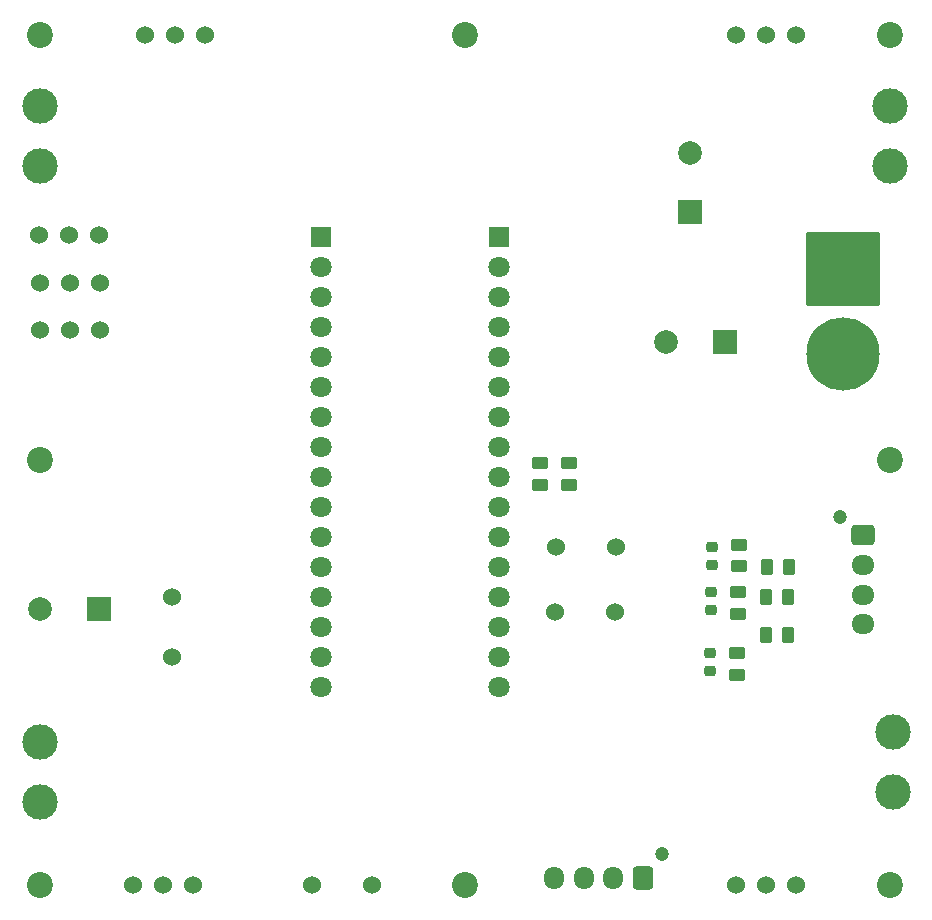
<source format=gbr>
%TF.GenerationSoftware,KiCad,Pcbnew,8.0.8*%
%TF.CreationDate,2025-02-10T09:27:38+01:00*%
%TF.ProjectId,Ares_v1_BaseBoard,41726573-5f76-4315-9f42-617365426f61,rev?*%
%TF.SameCoordinates,Original*%
%TF.FileFunction,Soldermask,Top*%
%TF.FilePolarity,Negative*%
%FSLAX46Y46*%
G04 Gerber Fmt 4.6, Leading zero omitted, Abs format (unit mm)*
G04 Created by KiCad (PCBNEW 8.0.8) date 2025-02-10 09:27:38*
%MOMM*%
%LPD*%
G01*
G04 APERTURE LIST*
G04 Aperture macros list*
%AMRoundRect*
0 Rectangle with rounded corners*
0 $1 Rounding radius*
0 $2 $3 $4 $5 $6 $7 $8 $9 X,Y pos of 4 corners*
0 Add a 4 corners polygon primitive as box body*
4,1,4,$2,$3,$4,$5,$6,$7,$8,$9,$2,$3,0*
0 Add four circle primitives for the rounded corners*
1,1,$1+$1,$2,$3*
1,1,$1+$1,$4,$5*
1,1,$1+$1,$6,$7*
1,1,$1+$1,$8,$9*
0 Add four rect primitives between the rounded corners*
20,1,$1+$1,$2,$3,$4,$5,0*
20,1,$1+$1,$4,$5,$6,$7,0*
20,1,$1+$1,$6,$7,$8,$9,0*
20,1,$1+$1,$8,$9,$2,$3,0*%
G04 Aperture macros list end*
%ADD10C,2.200000*%
%ADD11C,1.524000*%
%ADD12C,1.200000*%
%ADD13RoundRect,0.250000X0.600000X0.725000X-0.600000X0.725000X-0.600000X-0.725000X0.600000X-0.725000X0*%
%ADD14O,1.700000X1.950000*%
%ADD15C,3.000000*%
%ADD16C,1.800000*%
%ADD17R,1.800000X1.800000*%
%ADD18RoundRect,0.250000X-0.450000X0.262500X-0.450000X-0.262500X0.450000X-0.262500X0.450000X0.262500X0*%
%ADD19RoundRect,0.250000X0.262500X0.450000X-0.262500X0.450000X-0.262500X-0.450000X0.262500X-0.450000X0*%
%ADD20R,2.000000X2.000000*%
%ADD21C,2.000000*%
%ADD22RoundRect,0.225000X-0.250000X0.225000X-0.250000X-0.225000X0.250000X-0.225000X0.250000X0.225000X0*%
%ADD23C,6.204000*%
%ADD24RoundRect,0.102000X-3.000000X3.000000X-3.000000X-3.000000X3.000000X-3.000000X3.000000X3.000000X0*%
%ADD25RoundRect,0.250000X-0.725000X0.600000X-0.725000X-0.600000X0.725000X-0.600000X0.725000X0.600000X0*%
%ADD26O,1.950000X1.700000*%
%ADD27RoundRect,0.225000X0.250000X-0.225000X0.250000X0.225000X-0.250000X0.225000X-0.250000X-0.225000X0*%
%ADD28RoundRect,0.250000X0.450000X-0.262500X0.450000X0.262500X-0.450000X0.262500X-0.450000X-0.262500X0*%
G04 APERTURE END LIST*
D10*
%TO.C,REF\u002A\u002A*%
X109000000Y-126000000D03*
%TD*%
D11*
%TO.C,D2*%
X157700000Y-102900000D03*
X152620000Y-102900000D03*
%TD*%
%TO.C,J22*%
X109000000Y-75000000D03*
X111540000Y-75000000D03*
X114080000Y-75000000D03*
%TD*%
D12*
%TO.C,J2*%
X161650000Y-123375000D03*
D13*
X160050000Y-125375000D03*
D14*
X157550000Y-125375000D03*
X155050000Y-125375000D03*
X152550000Y-125375000D03*
%TD*%
D15*
%TO.C,J14*%
X181200000Y-118080000D03*
X181200000Y-113000000D03*
%TD*%
D11*
%TO.C,C2*%
X120200000Y-106700000D03*
X120200000Y-101620000D03*
%TD*%
D16*
%TO.C,U1*%
X132800000Y-109260000D03*
X147862200Y-109252800D03*
D17*
X147862200Y-71152800D03*
D16*
X147862200Y-73692800D03*
X147862200Y-76232800D03*
X147862200Y-78772800D03*
X147862200Y-81312800D03*
X147862200Y-83852800D03*
X147862200Y-86392800D03*
X147862200Y-88932800D03*
X147862200Y-91472800D03*
X147862200Y-94012800D03*
X147862200Y-96552800D03*
X132800000Y-101640000D03*
X147862200Y-101632800D03*
X147862200Y-104172800D03*
X147862200Y-106712800D03*
X132800000Y-106720000D03*
X132800000Y-104180000D03*
X147862200Y-99092800D03*
X132800000Y-99100000D03*
X132800000Y-96560000D03*
X132800000Y-94020000D03*
X132800000Y-91480000D03*
X132800000Y-88940000D03*
X132800000Y-86400000D03*
X132800000Y-83860000D03*
X132800000Y-81320000D03*
X132800000Y-78780000D03*
X132800000Y-76240000D03*
X132800000Y-73700000D03*
D17*
X132800000Y-71160000D03*
%TD*%
D18*
%TO.C,R1*%
X151300000Y-90275000D03*
X151300000Y-92100000D03*
%TD*%
%TO.C,R2*%
X153800000Y-90275000D03*
X153800000Y-92100000D03*
%TD*%
D10*
%TO.C,REF\u002A\u002A*%
X145000000Y-126000000D03*
%TD*%
D15*
%TO.C,J13*%
X181000000Y-65100000D03*
X181000000Y-60020000D03*
%TD*%
D10*
%TO.C,REF\u002A\u002A*%
X109000000Y-54000000D03*
%TD*%
D19*
%TO.C,R7*%
X172400000Y-99100000D03*
X170575000Y-99100000D03*
%TD*%
D20*
%TO.C,C1*%
X167000000Y-80000000D03*
D21*
X162000000Y-80000000D03*
%TD*%
D15*
%TO.C,J21*%
X109000000Y-113900000D03*
X109000000Y-118980000D03*
%TD*%
D22*
%TO.C,C5*%
X165700000Y-106350000D03*
X165700000Y-107900000D03*
%TD*%
%TO.C,C6*%
X165800000Y-101200000D03*
X165800000Y-102750000D03*
%TD*%
D11*
%TO.C,D1*%
X157800000Y-97400000D03*
X152720000Y-97400000D03*
%TD*%
D10*
%TO.C,REF\u002A\u002A*%
X181000000Y-90000000D03*
%TD*%
D11*
%TO.C,J5*%
X167920000Y-54000000D03*
X170460000Y-54000000D03*
X173000000Y-54000000D03*
%TD*%
D10*
%TO.C,REF\u002A\u002A*%
X181000000Y-126000000D03*
%TD*%
D23*
%TO.C,J15*%
X177000000Y-81000000D03*
D24*
X177000000Y-73800000D03*
%TD*%
D15*
%TO.C,J20*%
X109000000Y-60020000D03*
X109000000Y-65100000D03*
%TD*%
D19*
%TO.C,R3*%
X172300000Y-104800000D03*
X170475000Y-104800000D03*
%TD*%
D20*
%TO.C,C4*%
X164000000Y-69000000D03*
D21*
X164000000Y-64000000D03*
%TD*%
D11*
%TO.C,J12*%
X116920000Y-126000000D03*
X119460000Y-126000000D03*
X122000000Y-126000000D03*
%TD*%
%TO.C,J3*%
X108920000Y-71000000D03*
X111460000Y-71000000D03*
X114000000Y-71000000D03*
%TD*%
D12*
%TO.C,J1*%
X176700000Y-94800000D03*
D25*
X178700000Y-96400000D03*
D26*
X178700000Y-98900000D03*
X178700000Y-101400000D03*
X178700000Y-103900000D03*
%TD*%
D18*
%TO.C,R4*%
X168000000Y-106375000D03*
X168000000Y-108200000D03*
%TD*%
D11*
%TO.C,J23*%
X109000000Y-79000000D03*
X111540000Y-79000000D03*
X114080000Y-79000000D03*
%TD*%
%TO.C,J10*%
X167920000Y-126000000D03*
X170460000Y-126000000D03*
X173000000Y-126000000D03*
%TD*%
D10*
%TO.C,REF\u002A\u002A*%
X109000000Y-90000000D03*
%TD*%
D11*
%TO.C,J27*%
X132000000Y-126000000D03*
X137080000Y-126000000D03*
%TD*%
D10*
%TO.C,REF\u002A\u002A*%
X145000000Y-54000000D03*
%TD*%
%TO.C,REF\u002A\u002A*%
X181000000Y-54000000D03*
%TD*%
D27*
%TO.C,C7*%
X165900000Y-98900000D03*
X165900000Y-97350000D03*
%TD*%
D28*
%TO.C,R8*%
X168200000Y-99012500D03*
X168200000Y-97187500D03*
%TD*%
D11*
%TO.C,J4*%
X117920000Y-54000000D03*
X120460000Y-54000000D03*
X123000000Y-54000000D03*
%TD*%
D18*
%TO.C,R6*%
X168100000Y-101200000D03*
X168100000Y-103025000D03*
%TD*%
D20*
%TO.C,C3*%
X114000000Y-102600000D03*
D21*
X109000000Y-102600000D03*
%TD*%
D19*
%TO.C,R5*%
X172325000Y-101600000D03*
X170500000Y-101600000D03*
%TD*%
M02*

</source>
